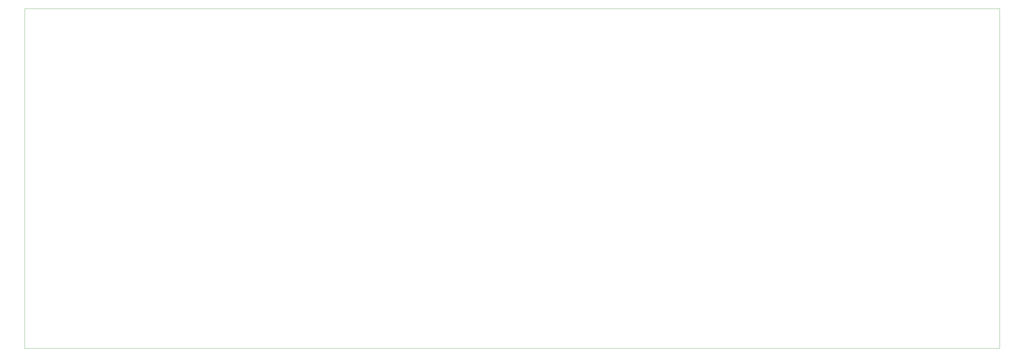
<source format=gbr>
%TF.GenerationSoftware,KiCad,Pcbnew,7.0.9*%
%TF.CreationDate,2023-12-27T10:42:18-06:00*%
%TF.ProjectId,SoundLab16StepSequencer,536f756e-644c-4616-9231-365374657053,rev?*%
%TF.SameCoordinates,Original*%
%TF.FileFunction,Profile,NP*%
%FSLAX46Y46*%
G04 Gerber Fmt 4.6, Leading zero omitted, Abs format (unit mm)*
G04 Created by KiCad (PCBNEW 7.0.9) date 2023-12-27 10:42:18*
%MOMM*%
%LPD*%
G01*
G04 APERTURE LIST*
%TA.AperFunction,Profile*%
%ADD10C,0.100000*%
%TD*%
G04 APERTURE END LIST*
D10*
X64500000Y-82500000D02*
X379400000Y-82500000D01*
X379400000Y-192500000D01*
X64500000Y-192500000D01*
X64500000Y-82500000D01*
M02*

</source>
